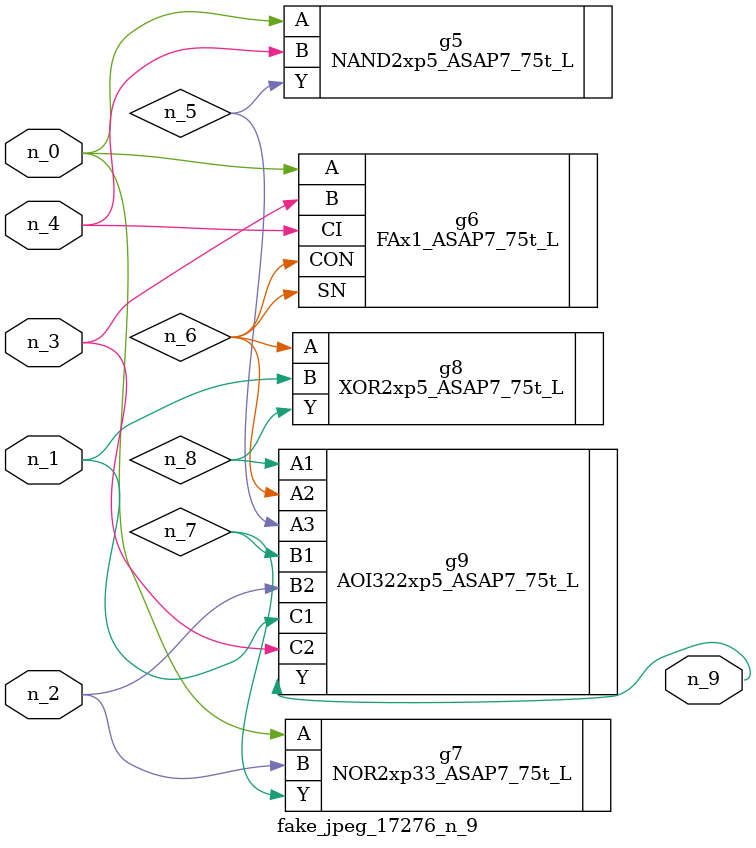
<source format=v>
module fake_jpeg_17276_n_9 (n_3, n_2, n_1, n_0, n_4, n_9);

input n_3;
input n_2;
input n_1;
input n_0;
input n_4;

output n_9;

wire n_8;
wire n_6;
wire n_5;
wire n_7;

NAND2xp5_ASAP7_75t_L g5 ( 
.A(n_0),
.B(n_4),
.Y(n_5)
);

FAx1_ASAP7_75t_L g6 ( 
.A(n_0),
.B(n_3),
.CI(n_4),
.CON(n_6),
.SN(n_6)
);

NOR2xp33_ASAP7_75t_L g7 ( 
.A(n_0),
.B(n_2),
.Y(n_7)
);

XOR2xp5_ASAP7_75t_L g8 ( 
.A(n_6),
.B(n_1),
.Y(n_8)
);

AOI322xp5_ASAP7_75t_L g9 ( 
.A1(n_8),
.A2(n_6),
.A3(n_5),
.B1(n_7),
.B2(n_2),
.C1(n_1),
.C2(n_3),
.Y(n_9)
);


endmodule
</source>
